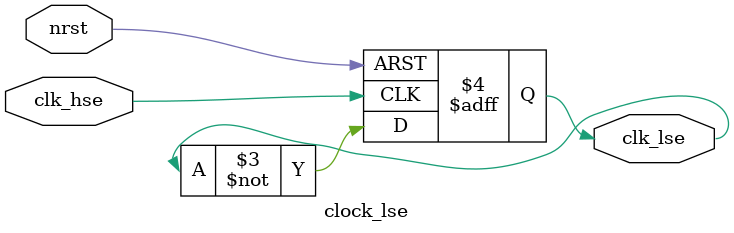
<source format=sv>
module clock_lse #(
    parameter INVERSE_PHASE=1
)(
    input clk_hse,
    input nrst,
    output logic clk_lse
);

always_ff @(posedge clk_hse or negedge nrst)
    if(~nrst) begin
        clk_lse <= INVERSE_PHASE;
    end else begin
        clk_lse <= ~clk_lse;
    end

endmodule

</source>
